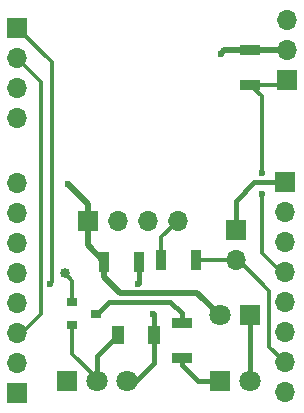
<source format=gtl>
G04 #@! TF.FileFunction,Copper,L1,Top,Signal*
%FSLAX46Y46*%
G04 Gerber Fmt 4.6, Leading zero omitted, Abs format (unit mm)*
G04 Created by KiCad (PCBNEW 4.0.7) date Sun Jul 15 15:38:45 2018*
%MOMM*%
%LPD*%
G01*
G04 APERTURE LIST*
%ADD10C,0.100000*%
%ADD11R,1.000000X1.600000*%
%ADD12R,1.800000X1.800000*%
%ADD13C,1.800000*%
%ADD14R,0.900000X0.800000*%
%ADD15R,0.900000X1.700000*%
%ADD16R,1.700000X0.900000*%
%ADD17R,1.700000X1.700000*%
%ADD18O,1.700000X1.700000*%
%ADD19C,0.600000*%
%ADD20C,0.850000*%
%ADD21C,0.400000*%
%ADD22C,0.300000*%
%ADD23C,0.500000*%
%ADD24C,0.520000*%
G04 APERTURE END LIST*
D10*
D11*
X185523000Y-113157000D03*
X182523000Y-113157000D03*
D12*
X191135000Y-117094000D03*
D13*
X193675000Y-117094000D03*
D14*
X178641500Y-110429000D03*
X178641500Y-112329000D03*
X180641500Y-111379000D03*
D15*
X189092500Y-106870500D03*
X186192500Y-106870500D03*
D16*
X187960000Y-115115000D03*
X187960000Y-112215000D03*
D17*
X192468500Y-104330500D03*
D18*
X192468500Y-106870500D03*
D15*
X181366500Y-106997500D03*
X184266500Y-106997500D03*
D12*
X178181000Y-117094000D03*
D13*
X180721000Y-117094000D03*
X183261000Y-117094000D03*
D12*
X193675000Y-111506000D03*
D13*
X191135000Y-111506000D03*
D16*
X193675000Y-92001000D03*
X193675000Y-89101000D03*
D17*
X173990000Y-87185500D03*
D18*
X173990000Y-89725500D03*
X173990000Y-92265500D03*
X173990000Y-94805500D03*
D17*
X179959000Y-103505000D03*
D18*
X182499000Y-103505000D03*
X185039000Y-103505000D03*
X187579000Y-103505000D03*
D17*
X196850000Y-91567000D03*
D18*
X196850000Y-89027000D03*
X196850000Y-86487000D03*
D17*
X196659500Y-100266500D03*
D18*
X196659500Y-102806500D03*
X196659500Y-105346500D03*
X196659500Y-107886500D03*
X196659500Y-110426500D03*
X196659500Y-112966500D03*
X196659500Y-115506500D03*
X196659500Y-118046500D03*
D17*
X173990000Y-118110000D03*
D18*
X173990000Y-115570000D03*
X173990000Y-113030000D03*
X173990000Y-110490000D03*
X173990000Y-107950000D03*
X173990000Y-105410000D03*
X173990000Y-102870000D03*
X173990000Y-100330000D03*
D19*
X191198500Y-89408000D03*
X184213500Y-108839000D03*
X185483500Y-111379000D03*
X178244500Y-100393500D03*
X176784000Y-108839000D03*
X194691000Y-101282500D03*
X194691000Y-99441000D03*
D20*
X177990500Y-107950000D03*
D21*
X192468500Y-106870500D02*
X192722500Y-106870500D01*
D22*
X192722500Y-106870500D02*
X195326000Y-109474000D01*
X195326000Y-109474000D02*
X195326000Y-114173000D01*
X195326000Y-114173000D02*
X196659500Y-115506500D01*
X189092500Y-106870500D02*
X192468500Y-106870500D01*
X192468500Y-106870500D02*
X192532000Y-106870500D01*
D21*
X192468500Y-104330500D02*
X192468500Y-101854000D01*
X194056000Y-100266500D02*
X196659500Y-100266500D01*
X192468500Y-101854000D02*
X194056000Y-100266500D01*
D23*
X191198500Y-89408000D02*
X191505500Y-89101000D01*
X191505500Y-89101000D02*
X193675000Y-89101000D01*
X193675000Y-89101000D02*
X196776000Y-89101000D01*
D21*
X185523000Y-113157000D02*
X185523000Y-111418500D01*
X184266500Y-108786000D02*
X184266500Y-106997500D01*
X184213500Y-108839000D02*
X184266500Y-108786000D01*
X185523000Y-111418500D02*
X185483500Y-111379000D01*
X183261000Y-117094000D02*
X184023000Y-117094000D01*
X184023000Y-117094000D02*
X185523000Y-115594000D01*
X185523000Y-115594000D02*
X185523000Y-113157000D01*
X184266500Y-106997500D02*
X184266500Y-107304500D01*
X183261000Y-117094000D02*
X183261000Y-116903500D01*
X180721000Y-117094000D02*
X180721000Y-114959000D01*
X180721000Y-114959000D02*
X182523000Y-113157000D01*
D22*
X182523000Y-113157000D02*
X182372000Y-113157000D01*
X180721000Y-117094000D02*
X180721000Y-116840000D01*
X180721000Y-116840000D02*
X178641500Y-114760500D01*
X178641500Y-114760500D02*
X178641500Y-112329000D01*
X186192500Y-106870500D02*
X186192500Y-104891500D01*
X186192500Y-104891500D02*
X187579000Y-103505000D01*
D23*
X181366500Y-106997500D02*
X181366500Y-108278000D01*
X181366500Y-108278000D02*
X182689500Y-109601000D01*
X182689500Y-109601000D02*
X189230000Y-109601000D01*
X189230000Y-109601000D02*
X191135000Y-111506000D01*
X179959000Y-103505000D02*
X179959000Y-105590000D01*
X179959000Y-105590000D02*
X181366500Y-106997500D01*
X179959000Y-102108000D02*
X179959000Y-103505000D01*
X178244500Y-100393500D02*
X179959000Y-102108000D01*
D21*
X193675000Y-111506000D02*
X193675000Y-117094000D01*
D22*
X176911000Y-90106500D02*
X173990000Y-87185500D01*
X176911000Y-108712000D02*
X176911000Y-90106500D01*
X176784000Y-108839000D02*
X176911000Y-108712000D01*
X173990000Y-113030000D02*
X174371000Y-113030000D01*
X174371000Y-113030000D02*
X176022000Y-111379000D01*
X176022000Y-111379000D02*
X176022000Y-91757500D01*
X176022000Y-91757500D02*
X173990000Y-89725500D01*
X173990000Y-89725500D02*
X174561500Y-89725500D01*
D21*
X180641500Y-111379000D02*
X180721000Y-111379000D01*
X180721000Y-111379000D02*
X181737000Y-110363000D01*
X187896500Y-111315500D02*
X187960000Y-112215000D01*
X186944000Y-110363000D02*
X187896500Y-111315500D01*
X181737000Y-110363000D02*
X186944000Y-110363000D01*
X180641500Y-111379000D02*
X180848000Y-111379000D01*
D22*
X194691000Y-106235500D02*
X196342000Y-107886500D01*
X194691000Y-101282500D02*
X194691000Y-106235500D01*
X196342000Y-107886500D02*
X196786500Y-107886500D01*
X193675000Y-92001000D02*
X193728000Y-92001000D01*
X193728000Y-92001000D02*
X194691000Y-92964000D01*
X194691000Y-92964000D02*
X194691000Y-99441000D01*
X193675000Y-92001000D02*
X196416000Y-92001000D01*
D24*
X196416000Y-92001000D02*
X196850000Y-91567000D01*
D21*
X187960000Y-115115000D02*
X187960000Y-115760500D01*
X187960000Y-115760500D02*
X189293500Y-117094000D01*
X189293500Y-117094000D02*
X191135000Y-117094000D01*
X188161000Y-115316000D02*
X187960000Y-115115000D01*
D24*
X188140000Y-114945500D02*
X187769500Y-114945500D01*
D22*
X178641500Y-110429000D02*
X178641500Y-108601000D01*
X178641500Y-108601000D02*
X177990500Y-107950000D01*
M02*

</source>
